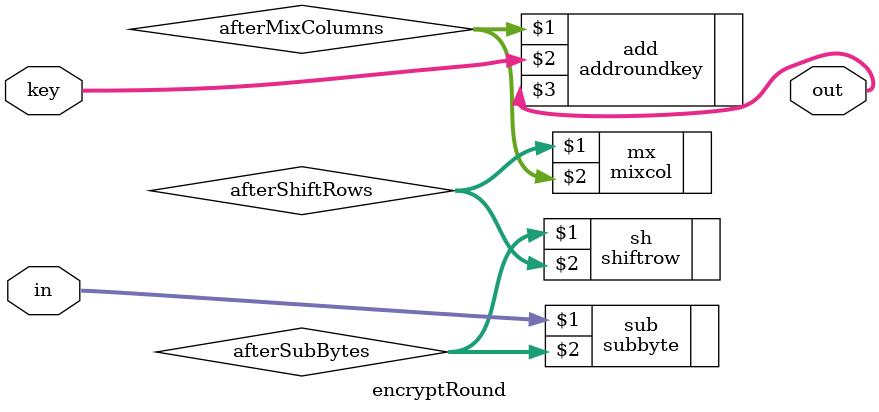
<source format=v>
`timescale 1ns / 1ps


module encryptRound(
input [127:0] in,
output [127:0] out,
input [127:0] key
    );
    wire [127:0] afterSubBytes;
wire [127:0] afterShiftRows;
wire [127:0] afterMixColumns;
wire [127:0] afterAddroundKey;

subbyte sub(in,afterSubBytes);
shiftrow sh(afterSubBytes,afterShiftRows);
mixcol mx(afterShiftRows,afterMixColumns);
addroundkey add(afterMixColumns, key, out);
endmodule

</source>
